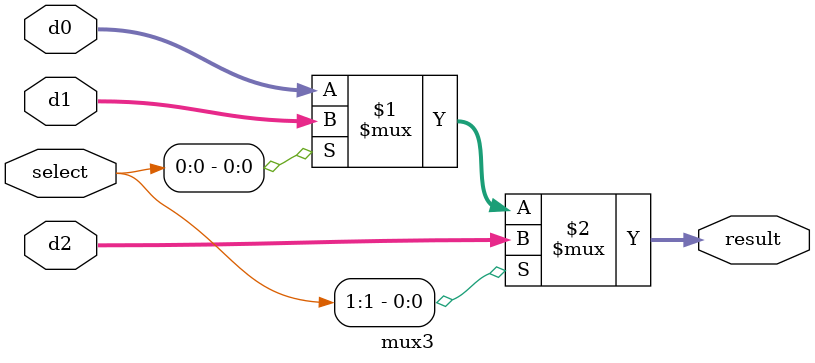
<source format=sv>
`timescale 1ns / 1ps


module mux2#(parameter WIDTH=8)
            (input logic [WIDTH-1:0] d0,d1,
             input logic s,
             output logic [WIDTH-1:0] y);
      assign y=s?d1:d0;
endmodule

module mux3 #(parameter WIDTH=8)

			(input logic [WIDTH-1:0] d0,d1,d2,
			 input logic [1:0] select,
			 output logic [WIDTH-1:0] result);
assign #1 result = select[1] ? d2 : (select[0] ? d1 : d0 );
endmodule

</source>
